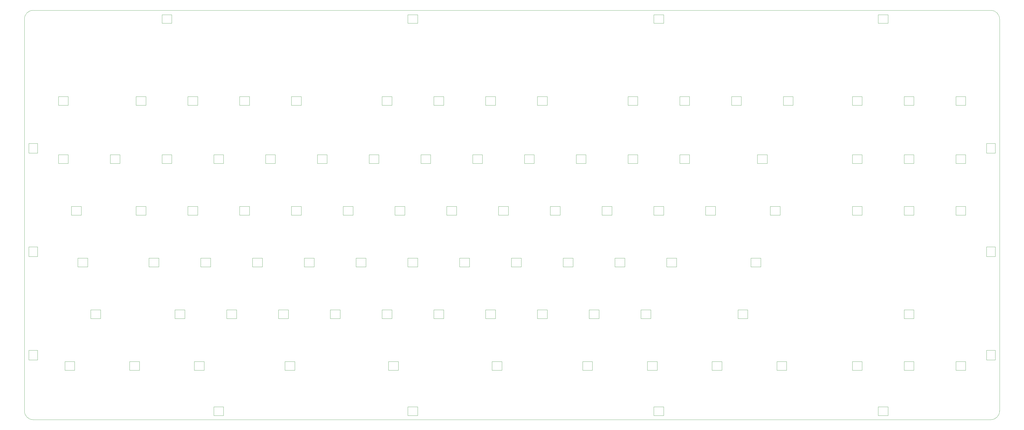
<source format=gbr>
%TF.GenerationSoftware,KiCad,Pcbnew,(5.1.8)-1*%
%TF.CreationDate,2022-08-08T12:33:42+10:00*%
%TF.ProjectId,tkl_keyboard,746b6c5f-6b65-4796-926f-6172642e6b69,rev?*%
%TF.SameCoordinates,Original*%
%TF.FileFunction,Profile,NP*%
%FSLAX46Y46*%
G04 Gerber Fmt 4.6, Leading zero omitted, Abs format (unit mm)*
G04 Created by KiCad (PCBNEW (5.1.8)-1) date 2022-08-08 12:33:42*
%MOMM*%
%LPD*%
G01*
G04 APERTURE LIST*
%TA.AperFunction,Profile*%
%ADD10C,0.050000*%
%TD*%
G04 APERTURE END LIST*
D10*
X377825000Y-199231250D02*
G75*
G02*
X374650000Y-202406250I-3175000J0D01*
G01*
X22225000Y-202406250D02*
G75*
G02*
X19050000Y-199231250I0J3175000D01*
G01*
X374650000Y-51612800D02*
G75*
G02*
X377825000Y-54787800I0J-3175000D01*
G01*
X19050000Y-54768750D02*
G75*
G02*
X22225000Y-51593750I3175000J0D01*
G01*
X377825000Y-76200000D02*
X377825000Y-54787800D01*
X19050000Y-54768750D02*
X19050000Y-76200000D01*
X374650000Y-51612800D02*
X22225000Y-51593750D01*
X19050000Y-199231250D02*
X19050000Y-76200000D01*
X374650000Y-202406250D02*
X22225000Y-202406250D01*
X377825000Y-76200000D02*
X377825000Y-199231250D01*
%TO.C,D193*%
X327237500Y-123812500D02*
X323637500Y-123812500D01*
X323637500Y-123812500D02*
X323637500Y-127012500D01*
X327237500Y-123812500D02*
X327237500Y-127012500D01*
X327237500Y-127012500D02*
X323637500Y-127012500D01*
%TO.C,D191*%
X361737500Y-184162500D02*
X365337500Y-184162500D01*
X365337500Y-184162500D02*
X365337500Y-180962500D01*
X361737500Y-184162500D02*
X361737500Y-180962500D01*
X361737500Y-180962500D02*
X365337500Y-180962500D01*
%TO.C,D190*%
X365337500Y-123812500D02*
X361737500Y-123812500D01*
X361737500Y-123812500D02*
X361737500Y-127012500D01*
X365337500Y-123812500D02*
X365337500Y-127012500D01*
X365337500Y-127012500D02*
X361737500Y-127012500D01*
%TO.C,D189*%
X365337500Y-83331250D02*
X361737500Y-83331250D01*
X361737500Y-83331250D02*
X361737500Y-86531250D01*
X365337500Y-83331250D02*
X365337500Y-86531250D01*
X365337500Y-86531250D02*
X361737500Y-86531250D01*
%TO.C,D188*%
X342687500Y-184162500D02*
X346287500Y-184162500D01*
X346287500Y-184162500D02*
X346287500Y-180962500D01*
X342687500Y-184162500D02*
X342687500Y-180962500D01*
X342687500Y-180962500D02*
X346287500Y-180962500D01*
%TO.C,D187*%
X346287500Y-161912500D02*
X342687500Y-161912500D01*
X342687500Y-161912500D02*
X342687500Y-165112500D01*
X346287500Y-161912500D02*
X346287500Y-165112500D01*
X346287500Y-165112500D02*
X342687500Y-165112500D01*
%TO.C,D186*%
X346287500Y-123812500D02*
X342687500Y-123812500D01*
X342687500Y-123812500D02*
X342687500Y-127012500D01*
X346287500Y-123812500D02*
X346287500Y-127012500D01*
X346287500Y-127012500D02*
X342687500Y-127012500D01*
%TO.C,D185*%
X346287500Y-83331250D02*
X342687500Y-83331250D01*
X342687500Y-83331250D02*
X342687500Y-86531250D01*
X346287500Y-83331250D02*
X346287500Y-86531250D01*
X346287500Y-86531250D02*
X342687500Y-86531250D01*
%TO.C,D184*%
X323637500Y-184162500D02*
X327237500Y-184162500D01*
X327237500Y-184162500D02*
X327237500Y-180962500D01*
X323637500Y-184162500D02*
X323637500Y-180962500D01*
X323637500Y-180962500D02*
X327237500Y-180962500D01*
%TO.C,D183*%
X323637500Y-107962500D02*
X327237500Y-107962500D01*
X327237500Y-107962500D02*
X327237500Y-104762500D01*
X323637500Y-107962500D02*
X323637500Y-104762500D01*
X323637500Y-104762500D02*
X327237500Y-104762500D01*
%TO.C,D182*%
X297075000Y-123812500D02*
X293475000Y-123812500D01*
X293475000Y-123812500D02*
X293475000Y-127012500D01*
X297075000Y-123812500D02*
X297075000Y-127012500D01*
X297075000Y-127012500D02*
X293475000Y-127012500D01*
%TO.C,D181*%
X327237500Y-83331250D02*
X323637500Y-83331250D01*
X323637500Y-83331250D02*
X323637500Y-86531250D01*
X327237500Y-83331250D02*
X327237500Y-86531250D01*
X327237500Y-86531250D02*
X323637500Y-86531250D01*
%TO.C,D180*%
X23825000Y-100593750D02*
X23825000Y-104193750D01*
X23825000Y-104193750D02*
X20625000Y-104193750D01*
X23825000Y-100593750D02*
X20625000Y-100593750D01*
X20625000Y-100593750D02*
X20625000Y-104193750D01*
%TO.C,D179*%
X295856250Y-184162500D02*
X299456250Y-184162500D01*
X299456250Y-184162500D02*
X299456250Y-180962500D01*
X295856250Y-184162500D02*
X295856250Y-180962500D01*
X295856250Y-180962500D02*
X299456250Y-180962500D01*
%TO.C,D178*%
X286331250Y-146062500D02*
X289931250Y-146062500D01*
X289931250Y-146062500D02*
X289931250Y-142862500D01*
X286331250Y-146062500D02*
X286331250Y-142862500D01*
X286331250Y-142862500D02*
X289931250Y-142862500D01*
%TO.C,D177*%
X285168750Y-161912500D02*
X281568750Y-161912500D01*
X281568750Y-161912500D02*
X281568750Y-165112500D01*
X285168750Y-161912500D02*
X285168750Y-165112500D01*
X285168750Y-165112500D02*
X281568750Y-165112500D01*
%TO.C,D176*%
X273262500Y-123812500D02*
X269662500Y-123812500D01*
X269662500Y-123812500D02*
X269662500Y-127012500D01*
X273262500Y-123812500D02*
X273262500Y-127012500D01*
X273262500Y-127012500D02*
X269662500Y-127012500D01*
%TO.C,D175*%
X301837500Y-83331250D02*
X298237500Y-83331250D01*
X298237500Y-83331250D02*
X298237500Y-86531250D01*
X301837500Y-83331250D02*
X301837500Y-86531250D01*
X301837500Y-86531250D02*
X298237500Y-86531250D01*
%TO.C,D174*%
X23825000Y-138693750D02*
X23825000Y-142293750D01*
X23825000Y-142293750D02*
X20625000Y-142293750D01*
X23825000Y-138693750D02*
X20625000Y-138693750D01*
X20625000Y-138693750D02*
X20625000Y-142293750D01*
%TO.C,D173*%
X272043750Y-184162500D02*
X275643750Y-184162500D01*
X275643750Y-184162500D02*
X275643750Y-180962500D01*
X272043750Y-184162500D02*
X272043750Y-180962500D01*
X272043750Y-180962500D02*
X275643750Y-180962500D01*
%TO.C,D172*%
X255375000Y-146062500D02*
X258975000Y-146062500D01*
X258975000Y-146062500D02*
X258975000Y-142862500D01*
X255375000Y-146062500D02*
X255375000Y-142862500D01*
X255375000Y-142862500D02*
X258975000Y-142862500D01*
%TO.C,D171*%
X241087500Y-107962500D02*
X244687500Y-107962500D01*
X244687500Y-107962500D02*
X244687500Y-104762500D01*
X241087500Y-107962500D02*
X241087500Y-104762500D01*
X241087500Y-104762500D02*
X244687500Y-104762500D01*
%TO.C,D170*%
X249450000Y-161912500D02*
X245850000Y-161912500D01*
X245850000Y-161912500D02*
X245850000Y-165112500D01*
X249450000Y-161912500D02*
X249450000Y-165112500D01*
X249450000Y-165112500D02*
X245850000Y-165112500D01*
%TO.C,D169*%
X254212500Y-123812500D02*
X250612500Y-123812500D01*
X250612500Y-123812500D02*
X250612500Y-127012500D01*
X254212500Y-123812500D02*
X254212500Y-127012500D01*
X254212500Y-127012500D02*
X250612500Y-127012500D01*
%TO.C,D168*%
X282787500Y-83331250D02*
X279187500Y-83331250D01*
X279187500Y-83331250D02*
X279187500Y-86531250D01*
X282787500Y-83331250D02*
X282787500Y-86531250D01*
X282787500Y-86531250D02*
X279187500Y-86531250D01*
%TO.C,D167*%
X23825000Y-176793750D02*
X23825000Y-180393750D01*
X23825000Y-180393750D02*
X20625000Y-180393750D01*
X23825000Y-176793750D02*
X20625000Y-176793750D01*
X20625000Y-176793750D02*
X20625000Y-180393750D01*
%TO.C,D166*%
X248231250Y-184162500D02*
X251831250Y-184162500D01*
X251831250Y-184162500D02*
X251831250Y-180962500D01*
X248231250Y-184162500D02*
X248231250Y-180962500D01*
X248231250Y-180962500D02*
X251831250Y-180962500D01*
%TO.C,D165*%
X236325000Y-146062500D02*
X239925000Y-146062500D01*
X239925000Y-146062500D02*
X239925000Y-142862500D01*
X236325000Y-146062500D02*
X236325000Y-142862500D01*
X236325000Y-142862500D02*
X239925000Y-142862500D01*
%TO.C,D164*%
X222037500Y-107962500D02*
X225637500Y-107962500D01*
X225637500Y-107962500D02*
X225637500Y-104762500D01*
X222037500Y-107962500D02*
X222037500Y-104762500D01*
X222037500Y-104762500D02*
X225637500Y-104762500D01*
%TO.C,D163*%
X230400000Y-161912500D02*
X226800000Y-161912500D01*
X226800000Y-161912500D02*
X226800000Y-165112500D01*
X230400000Y-161912500D02*
X230400000Y-165112500D01*
X230400000Y-165112500D02*
X226800000Y-165112500D01*
%TO.C,D162*%
X235162500Y-123812500D02*
X231562500Y-123812500D01*
X231562500Y-123812500D02*
X231562500Y-127012500D01*
X235162500Y-123812500D02*
X235162500Y-127012500D01*
X235162500Y-127012500D02*
X231562500Y-127012500D01*
%TO.C,D161*%
X263737500Y-83331250D02*
X260137500Y-83331250D01*
X260137500Y-83331250D02*
X260137500Y-86531250D01*
X263737500Y-83331250D02*
X263737500Y-86531250D01*
X263737500Y-86531250D02*
X260137500Y-86531250D01*
%TO.C,D160*%
X88687500Y-197631250D02*
X92287500Y-197631250D01*
X92287500Y-197631250D02*
X92287500Y-200831250D01*
X88687500Y-197631250D02*
X88687500Y-200831250D01*
X88687500Y-200831250D02*
X92287500Y-200831250D01*
%TO.C,D159*%
X224418750Y-184162500D02*
X228018750Y-184162500D01*
X228018750Y-184162500D02*
X228018750Y-180962500D01*
X224418750Y-184162500D02*
X224418750Y-180962500D01*
X224418750Y-180962500D02*
X228018750Y-180962500D01*
%TO.C,D158*%
X217275000Y-146062500D02*
X220875000Y-146062500D01*
X220875000Y-146062500D02*
X220875000Y-142862500D01*
X217275000Y-146062500D02*
X217275000Y-142862500D01*
X217275000Y-142862500D02*
X220875000Y-142862500D01*
%TO.C,D157*%
X202987500Y-107962500D02*
X206587500Y-107962500D01*
X206587500Y-107962500D02*
X206587500Y-104762500D01*
X202987500Y-107962500D02*
X202987500Y-104762500D01*
X202987500Y-104762500D02*
X206587500Y-104762500D01*
%TO.C,D156*%
X211350000Y-161912500D02*
X207750000Y-161912500D01*
X207750000Y-161912500D02*
X207750000Y-165112500D01*
X211350000Y-161912500D02*
X211350000Y-165112500D01*
X211350000Y-165112500D02*
X207750000Y-165112500D01*
%TO.C,D155*%
X216112500Y-123812500D02*
X212512500Y-123812500D01*
X212512500Y-123812500D02*
X212512500Y-127012500D01*
X216112500Y-123812500D02*
X216112500Y-127012500D01*
X216112500Y-127012500D02*
X212512500Y-127012500D01*
%TO.C,D154*%
X244687500Y-83331250D02*
X241087500Y-83331250D01*
X241087500Y-83331250D02*
X241087500Y-86531250D01*
X244687500Y-83331250D02*
X244687500Y-86531250D01*
X244687500Y-86531250D02*
X241087500Y-86531250D01*
%TO.C,D153*%
X191081250Y-184162500D02*
X194681250Y-184162500D01*
X194681250Y-184162500D02*
X194681250Y-180962500D01*
X191081250Y-184162500D02*
X191081250Y-180962500D01*
X191081250Y-180962500D02*
X194681250Y-180962500D01*
%TO.C,D152*%
X198225000Y-146062500D02*
X201825000Y-146062500D01*
X201825000Y-146062500D02*
X201825000Y-142862500D01*
X198225000Y-146062500D02*
X198225000Y-142862500D01*
X198225000Y-142862500D02*
X201825000Y-142862500D01*
%TO.C,D151*%
X183937500Y-107962500D02*
X187537500Y-107962500D01*
X187537500Y-107962500D02*
X187537500Y-104762500D01*
X183937500Y-107962500D02*
X183937500Y-104762500D01*
X183937500Y-104762500D02*
X187537500Y-104762500D01*
%TO.C,D150*%
X192300000Y-161912500D02*
X188700000Y-161912500D01*
X188700000Y-161912500D02*
X188700000Y-165112500D01*
X192300000Y-161912500D02*
X192300000Y-165112500D01*
X192300000Y-165112500D02*
X188700000Y-165112500D01*
%TO.C,D149*%
X197062500Y-123812500D02*
X193462500Y-123812500D01*
X193462500Y-123812500D02*
X193462500Y-127012500D01*
X197062500Y-123812500D02*
X197062500Y-127012500D01*
X197062500Y-127012500D02*
X193462500Y-127012500D01*
%TO.C,D148*%
X211350000Y-83331250D02*
X207750000Y-83331250D01*
X207750000Y-83331250D02*
X207750000Y-86531250D01*
X211350000Y-83331250D02*
X211350000Y-86531250D01*
X211350000Y-86531250D02*
X207750000Y-86531250D01*
%TO.C,D147*%
X179175000Y-146062500D02*
X182775000Y-146062500D01*
X182775000Y-146062500D02*
X182775000Y-142862500D01*
X179175000Y-146062500D02*
X179175000Y-142862500D01*
X179175000Y-142862500D02*
X182775000Y-142862500D01*
%TO.C,D146*%
X164887500Y-107962500D02*
X168487500Y-107962500D01*
X168487500Y-107962500D02*
X168487500Y-104762500D01*
X164887500Y-107962500D02*
X164887500Y-104762500D01*
X164887500Y-104762500D02*
X168487500Y-104762500D01*
%TO.C,D145*%
X173250000Y-161912500D02*
X169650000Y-161912500D01*
X169650000Y-161912500D02*
X169650000Y-165112500D01*
X173250000Y-161912500D02*
X173250000Y-165112500D01*
X173250000Y-165112500D02*
X169650000Y-165112500D01*
%TO.C,D144*%
X178012500Y-123812500D02*
X174412500Y-123812500D01*
X174412500Y-123812500D02*
X174412500Y-127012500D01*
X178012500Y-123812500D02*
X178012500Y-127012500D01*
X178012500Y-127012500D02*
X174412500Y-127012500D01*
%TO.C,D143*%
X192300000Y-83331250D02*
X188700000Y-83331250D01*
X188700000Y-83331250D02*
X188700000Y-86531250D01*
X192300000Y-83331250D02*
X192300000Y-86531250D01*
X192300000Y-86531250D02*
X188700000Y-86531250D01*
%TO.C,D142*%
X152981250Y-184162500D02*
X156581250Y-184162500D01*
X156581250Y-184162500D02*
X156581250Y-180962500D01*
X152981250Y-184162500D02*
X152981250Y-180962500D01*
X152981250Y-180962500D02*
X156581250Y-180962500D01*
%TO.C,D141*%
X160125000Y-146062500D02*
X163725000Y-146062500D01*
X163725000Y-146062500D02*
X163725000Y-142862500D01*
X160125000Y-146062500D02*
X160125000Y-142862500D01*
X160125000Y-142862500D02*
X163725000Y-142862500D01*
%TO.C,D140*%
X145837500Y-107962500D02*
X149437500Y-107962500D01*
X149437500Y-107962500D02*
X149437500Y-104762500D01*
X145837500Y-107962500D02*
X145837500Y-104762500D01*
X145837500Y-104762500D02*
X149437500Y-104762500D01*
%TO.C,D139*%
X154200000Y-161912500D02*
X150600000Y-161912500D01*
X150600000Y-161912500D02*
X150600000Y-165112500D01*
X154200000Y-161912500D02*
X154200000Y-165112500D01*
X154200000Y-165112500D02*
X150600000Y-165112500D01*
%TO.C,D138*%
X158962500Y-123812500D02*
X155362500Y-123812500D01*
X155362500Y-123812500D02*
X155362500Y-127012500D01*
X158962500Y-123812500D02*
X158962500Y-127012500D01*
X158962500Y-127012500D02*
X155362500Y-127012500D01*
%TO.C,D137*%
X173250000Y-83331250D02*
X169650000Y-83331250D01*
X169650000Y-83331250D02*
X169650000Y-86531250D01*
X173250000Y-83331250D02*
X173250000Y-86531250D01*
X173250000Y-86531250D02*
X169650000Y-86531250D01*
%TO.C,D136*%
X141075000Y-146062500D02*
X144675000Y-146062500D01*
X144675000Y-146062500D02*
X144675000Y-142862500D01*
X141075000Y-146062500D02*
X141075000Y-142862500D01*
X141075000Y-142862500D02*
X144675000Y-142862500D01*
%TO.C,D135*%
X126787500Y-107962500D02*
X130387500Y-107962500D01*
X130387500Y-107962500D02*
X130387500Y-104762500D01*
X126787500Y-107962500D02*
X126787500Y-104762500D01*
X126787500Y-104762500D02*
X130387500Y-104762500D01*
%TO.C,D134*%
X135150000Y-161912500D02*
X131550000Y-161912500D01*
X131550000Y-161912500D02*
X131550000Y-165112500D01*
X135150000Y-161912500D02*
X135150000Y-165112500D01*
X135150000Y-165112500D02*
X131550000Y-165112500D01*
%TO.C,D133*%
X139912500Y-123812500D02*
X136312500Y-123812500D01*
X136312500Y-123812500D02*
X136312500Y-127012500D01*
X139912500Y-123812500D02*
X139912500Y-127012500D01*
X139912500Y-127012500D02*
X136312500Y-127012500D01*
%TO.C,D132*%
X154200000Y-83331250D02*
X150600000Y-83331250D01*
X150600000Y-83331250D02*
X150600000Y-86531250D01*
X154200000Y-83331250D02*
X154200000Y-86531250D01*
X154200000Y-86531250D02*
X150600000Y-86531250D01*
%TO.C,D131*%
X114881250Y-184162500D02*
X118481250Y-184162500D01*
X118481250Y-184162500D02*
X118481250Y-180962500D01*
X114881250Y-184162500D02*
X114881250Y-180962500D01*
X114881250Y-180962500D02*
X118481250Y-180962500D01*
%TO.C,D130*%
X122025000Y-146062500D02*
X125625000Y-146062500D01*
X125625000Y-146062500D02*
X125625000Y-142862500D01*
X122025000Y-146062500D02*
X122025000Y-142862500D01*
X122025000Y-142862500D02*
X125625000Y-142862500D01*
%TO.C,D129*%
X107737500Y-107962500D02*
X111337500Y-107962500D01*
X111337500Y-107962500D02*
X111337500Y-104762500D01*
X107737500Y-107962500D02*
X107737500Y-104762500D01*
X107737500Y-104762500D02*
X111337500Y-104762500D01*
%TO.C,D128*%
X116100000Y-161912500D02*
X112500000Y-161912500D01*
X112500000Y-161912500D02*
X112500000Y-165112500D01*
X116100000Y-161912500D02*
X116100000Y-165112500D01*
X116100000Y-165112500D02*
X112500000Y-165112500D01*
%TO.C,D127*%
X120862500Y-123812500D02*
X117262500Y-123812500D01*
X117262500Y-123812500D02*
X117262500Y-127012500D01*
X120862500Y-123812500D02*
X120862500Y-127012500D01*
X120862500Y-127012500D02*
X117262500Y-127012500D01*
%TO.C,D126*%
X120862500Y-83331250D02*
X117262500Y-83331250D01*
X117262500Y-83331250D02*
X117262500Y-86531250D01*
X120862500Y-83331250D02*
X120862500Y-86531250D01*
X120862500Y-86531250D02*
X117262500Y-86531250D01*
%TO.C,D125*%
X102975000Y-146062500D02*
X106575000Y-146062500D01*
X106575000Y-146062500D02*
X106575000Y-142862500D01*
X102975000Y-146062500D02*
X102975000Y-142862500D01*
X102975000Y-142862500D02*
X106575000Y-142862500D01*
%TO.C,D124*%
X88687500Y-107962500D02*
X92287500Y-107962500D01*
X92287500Y-107962500D02*
X92287500Y-104762500D01*
X88687500Y-107962500D02*
X88687500Y-104762500D01*
X88687500Y-104762500D02*
X92287500Y-104762500D01*
%TO.C,D123*%
X97050000Y-161912500D02*
X93450000Y-161912500D01*
X93450000Y-161912500D02*
X93450000Y-165112500D01*
X97050000Y-161912500D02*
X97050000Y-165112500D01*
X97050000Y-165112500D02*
X93450000Y-165112500D01*
%TO.C,D122*%
X101812500Y-123812500D02*
X98212500Y-123812500D01*
X98212500Y-123812500D02*
X98212500Y-127012500D01*
X101812500Y-123812500D02*
X101812500Y-127012500D01*
X101812500Y-127012500D02*
X98212500Y-127012500D01*
%TO.C,D121*%
X81543750Y-184162500D02*
X85143750Y-184162500D01*
X85143750Y-184162500D02*
X85143750Y-180962500D01*
X81543750Y-184162500D02*
X81543750Y-180962500D01*
X81543750Y-180962500D02*
X85143750Y-180962500D01*
%TO.C,D120*%
X83925000Y-146062500D02*
X87525000Y-146062500D01*
X87525000Y-146062500D02*
X87525000Y-142862500D01*
X83925000Y-146062500D02*
X83925000Y-142862500D01*
X83925000Y-142862500D02*
X87525000Y-142862500D01*
%TO.C,D31*%
X160125000Y-197631250D02*
X163725000Y-197631250D01*
X163725000Y-197631250D02*
X163725000Y-200831250D01*
X160125000Y-197631250D02*
X160125000Y-200831250D01*
X160125000Y-200831250D02*
X163725000Y-200831250D01*
%TO.C,D30*%
X336762500Y-56368750D02*
X333162500Y-56368750D01*
X333162500Y-56368750D02*
X333162500Y-53168750D01*
X336762500Y-56368750D02*
X336762500Y-53168750D01*
X336762500Y-53168750D02*
X333162500Y-53168750D01*
%TO.C,D29*%
X250612500Y-197631250D02*
X254212500Y-197631250D01*
X254212500Y-197631250D02*
X254212500Y-200831250D01*
X250612500Y-197631250D02*
X250612500Y-200831250D01*
X250612500Y-200831250D02*
X254212500Y-200831250D01*
%TO.C,D28*%
X254212500Y-56368750D02*
X250612500Y-56368750D01*
X250612500Y-56368750D02*
X250612500Y-53168750D01*
X254212500Y-56368750D02*
X254212500Y-53168750D01*
X254212500Y-53168750D02*
X250612500Y-53168750D01*
%TO.C,D27*%
X69637500Y-107962500D02*
X73237500Y-107962500D01*
X73237500Y-107962500D02*
X73237500Y-104762500D01*
X69637500Y-107962500D02*
X69637500Y-104762500D01*
X69637500Y-104762500D02*
X73237500Y-104762500D01*
%TO.C,D26*%
X361737500Y-107962500D02*
X365337500Y-107962500D01*
X365337500Y-107962500D02*
X365337500Y-104762500D01*
X361737500Y-107962500D02*
X361737500Y-104762500D01*
X361737500Y-104762500D02*
X365337500Y-104762500D01*
%TO.C,D25*%
X78000000Y-161912500D02*
X74400000Y-161912500D01*
X74400000Y-161912500D02*
X74400000Y-165112500D01*
X78000000Y-161912500D02*
X78000000Y-165112500D01*
X78000000Y-165112500D02*
X74400000Y-165112500D01*
%TO.C,D24*%
X82762500Y-123812500D02*
X79162500Y-123812500D01*
X79162500Y-123812500D02*
X79162500Y-127012500D01*
X82762500Y-123812500D02*
X82762500Y-127012500D01*
X82762500Y-127012500D02*
X79162500Y-127012500D01*
%TO.C,D23*%
X101812500Y-83331250D02*
X98212500Y-83331250D01*
X98212500Y-83331250D02*
X98212500Y-86531250D01*
X101812500Y-83331250D02*
X101812500Y-86531250D01*
X101812500Y-86531250D02*
X98212500Y-86531250D01*
%TO.C,D22*%
X333162500Y-197631250D02*
X336762500Y-197631250D01*
X336762500Y-197631250D02*
X336762500Y-200831250D01*
X333162500Y-197631250D02*
X333162500Y-200831250D01*
X333162500Y-200831250D02*
X336762500Y-200831250D01*
%TO.C,D21*%
X163725000Y-56368750D02*
X160125000Y-56368750D01*
X160125000Y-56368750D02*
X160125000Y-53168750D01*
X163725000Y-56368750D02*
X163725000Y-53168750D01*
X163725000Y-53168750D02*
X160125000Y-53168750D01*
%TO.C,D20*%
X64875000Y-146062500D02*
X68475000Y-146062500D01*
X68475000Y-146062500D02*
X68475000Y-142862500D01*
X64875000Y-146062500D02*
X64875000Y-142862500D01*
X64875000Y-142862500D02*
X68475000Y-142862500D01*
%TO.C,D19*%
X342687500Y-107962500D02*
X346287500Y-107962500D01*
X346287500Y-107962500D02*
X346287500Y-104762500D01*
X342687500Y-107962500D02*
X342687500Y-104762500D01*
X342687500Y-104762500D02*
X346287500Y-104762500D01*
%TO.C,D18*%
X50587500Y-107962500D02*
X54187500Y-107962500D01*
X54187500Y-107962500D02*
X54187500Y-104762500D01*
X50587500Y-107962500D02*
X50587500Y-104762500D01*
X50587500Y-104762500D02*
X54187500Y-104762500D01*
%TO.C,D17*%
X57731250Y-184162500D02*
X61331250Y-184162500D01*
X61331250Y-184162500D02*
X61331250Y-180962500D01*
X57731250Y-184162500D02*
X57731250Y-180962500D01*
X57731250Y-180962500D02*
X61331250Y-180962500D01*
%TO.C,D16*%
X82762500Y-83331250D02*
X79162500Y-83331250D01*
X79162500Y-83331250D02*
X79162500Y-86531250D01*
X82762500Y-83331250D02*
X82762500Y-86531250D01*
X82762500Y-86531250D02*
X79162500Y-86531250D01*
%TO.C,D15*%
X373050000Y-180393750D02*
X373050000Y-176793750D01*
X373050000Y-176793750D02*
X376250000Y-176793750D01*
X373050000Y-180393750D02*
X376250000Y-180393750D01*
X376250000Y-180393750D02*
X376250000Y-176793750D01*
%TO.C,D14*%
X73237500Y-56368750D02*
X69637500Y-56368750D01*
X69637500Y-56368750D02*
X69637500Y-53168750D01*
X73237500Y-56368750D02*
X73237500Y-53168750D01*
X73237500Y-53168750D02*
X69637500Y-53168750D01*
%TO.C,D13*%
X63712500Y-123812500D02*
X60112500Y-123812500D01*
X60112500Y-123812500D02*
X60112500Y-127012500D01*
X63712500Y-123812500D02*
X63712500Y-127012500D01*
X63712500Y-127012500D02*
X60112500Y-127012500D01*
%TO.C,D12*%
X288712500Y-107962500D02*
X292312500Y-107962500D01*
X292312500Y-107962500D02*
X292312500Y-104762500D01*
X288712500Y-107962500D02*
X288712500Y-104762500D01*
X288712500Y-104762500D02*
X292312500Y-104762500D01*
%TO.C,D11*%
X33918750Y-184162500D02*
X37518750Y-184162500D01*
X37518750Y-184162500D02*
X37518750Y-180962500D01*
X33918750Y-184162500D02*
X33918750Y-180962500D01*
X33918750Y-180962500D02*
X37518750Y-180962500D01*
%TO.C,D10*%
X38681250Y-146062500D02*
X42281250Y-146062500D01*
X42281250Y-146062500D02*
X42281250Y-142862500D01*
X38681250Y-146062500D02*
X38681250Y-142862500D01*
X38681250Y-142862500D02*
X42281250Y-142862500D01*
%TO.C,D9*%
X63712500Y-83331250D02*
X60112500Y-83331250D01*
X60112500Y-83331250D02*
X60112500Y-86531250D01*
X63712500Y-83331250D02*
X63712500Y-86531250D01*
X63712500Y-86531250D02*
X60112500Y-86531250D01*
%TO.C,D8*%
X373050000Y-142293750D02*
X373050000Y-138693750D01*
X373050000Y-138693750D02*
X376250000Y-138693750D01*
X373050000Y-142293750D02*
X376250000Y-142293750D01*
X376250000Y-142293750D02*
X376250000Y-138693750D01*
%TO.C,D7*%
X31537500Y-107962500D02*
X35137500Y-107962500D01*
X35137500Y-107962500D02*
X35137500Y-104762500D01*
X31537500Y-107962500D02*
X31537500Y-104762500D01*
X31537500Y-104762500D02*
X35137500Y-104762500D01*
%TO.C,D6*%
X260137500Y-107962500D02*
X263737500Y-107962500D01*
X263737500Y-107962500D02*
X263737500Y-104762500D01*
X260137500Y-107962500D02*
X260137500Y-104762500D01*
X260137500Y-104762500D02*
X263737500Y-104762500D01*
%TO.C,D5*%
X47043750Y-161912500D02*
X43443750Y-161912500D01*
X43443750Y-161912500D02*
X43443750Y-165112500D01*
X47043750Y-161912500D02*
X47043750Y-165112500D01*
X47043750Y-165112500D02*
X43443750Y-165112500D01*
%TO.C,D4*%
X39900000Y-123812500D02*
X36300000Y-123812500D01*
X36300000Y-123812500D02*
X36300000Y-127012500D01*
X39900000Y-123812500D02*
X39900000Y-127012500D01*
X39900000Y-127012500D02*
X36300000Y-127012500D01*
%TO.C,D3*%
X35137500Y-83331250D02*
X31537500Y-83331250D01*
X31537500Y-83331250D02*
X31537500Y-86531250D01*
X35137500Y-83331250D02*
X35137500Y-86531250D01*
X35137500Y-86531250D02*
X31537500Y-86531250D01*
%TO.C,D2*%
X373050000Y-104193750D02*
X373050000Y-100593750D01*
X373050000Y-100593750D02*
X376250000Y-100593750D01*
X373050000Y-104193750D02*
X376250000Y-104193750D01*
X376250000Y-104193750D02*
X376250000Y-100593750D01*
%TD*%
M02*

</source>
